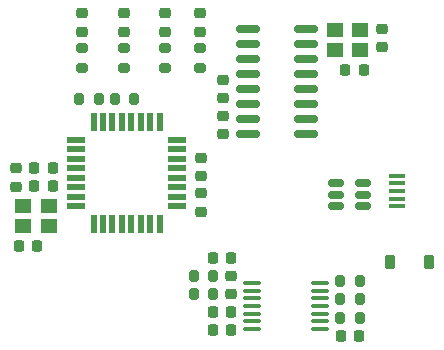
<source format=gbr>
%TF.GenerationSoftware,KiCad,Pcbnew,(7.0.0)*%
%TF.CreationDate,2024-08-27T08:05:47+05:30*%
%TF.ProjectId,Temperature Thing With Thermocouple 3V3,54656d70-6572-4617-9475-726520546869,v2.0.1*%
%TF.SameCoordinates,Original*%
%TF.FileFunction,Paste,Top*%
%TF.FilePolarity,Positive*%
%FSLAX46Y46*%
G04 Gerber Fmt 4.6, Leading zero omitted, Abs format (unit mm)*
G04 Created by KiCad (PCBNEW (7.0.0)) date 2024-08-27 08:05:47*
%MOMM*%
%LPD*%
G01*
G04 APERTURE LIST*
G04 Aperture macros list*
%AMRoundRect*
0 Rectangle with rounded corners*
0 $1 Rounding radius*
0 $2 $3 $4 $5 $6 $7 $8 $9 X,Y pos of 4 corners*
0 Add a 4 corners polygon primitive as box body*
4,1,4,$2,$3,$4,$5,$6,$7,$8,$9,$2,$3,0*
0 Add four circle primitives for the rounded corners*
1,1,$1+$1,$2,$3*
1,1,$1+$1,$4,$5*
1,1,$1+$1,$6,$7*
1,1,$1+$1,$8,$9*
0 Add four rect primitives between the rounded corners*
20,1,$1+$1,$2,$3,$4,$5,0*
20,1,$1+$1,$4,$5,$6,$7,0*
20,1,$1+$1,$6,$7,$8,$9,0*
20,1,$1+$1,$8,$9,$2,$3,0*%
G04 Aperture macros list end*
%ADD10R,1.400000X1.200000*%
%ADD11RoundRect,0.225000X-0.225000X-0.250000X0.225000X-0.250000X0.225000X0.250000X-0.225000X0.250000X0*%
%ADD12RoundRect,0.200000X-0.200000X-0.275000X0.200000X-0.275000X0.200000X0.275000X-0.200000X0.275000X0*%
%ADD13RoundRect,0.225000X-0.250000X0.225000X-0.250000X-0.225000X0.250000X-0.225000X0.250000X0.225000X0*%
%ADD14R,1.500000X0.550000*%
%ADD15R,0.550000X1.500000*%
%ADD16RoundRect,0.218750X-0.256250X0.218750X-0.256250X-0.218750X0.256250X-0.218750X0.256250X0.218750X0*%
%ADD17RoundRect,0.150000X-0.512500X-0.150000X0.512500X-0.150000X0.512500X0.150000X-0.512500X0.150000X0*%
%ADD18RoundRect,0.200000X0.200000X0.275000X-0.200000X0.275000X-0.200000X-0.275000X0.200000X-0.275000X0*%
%ADD19RoundRect,0.100000X-0.637500X-0.100000X0.637500X-0.100000X0.637500X0.100000X-0.637500X0.100000X0*%
%ADD20RoundRect,0.225000X0.225000X0.250000X-0.225000X0.250000X-0.225000X-0.250000X0.225000X-0.250000X0*%
%ADD21RoundRect,0.100000X0.600000X-0.100000X0.600000X0.100000X-0.600000X0.100000X-0.600000X-0.100000X0*%
%ADD22RoundRect,0.200000X0.275000X-0.200000X0.275000X0.200000X-0.275000X0.200000X-0.275000X-0.200000X0*%
%ADD23RoundRect,0.225000X0.250000X-0.225000X0.250000X0.225000X-0.250000X0.225000X-0.250000X-0.225000X0*%
%ADD24RoundRect,0.200000X-0.275000X0.200000X-0.275000X-0.200000X0.275000X-0.200000X0.275000X0.200000X0*%
%ADD25RoundRect,0.150000X0.825000X0.150000X-0.825000X0.150000X-0.825000X-0.150000X0.825000X-0.150000X0*%
%ADD26RoundRect,0.225000X0.225000X0.375000X-0.225000X0.375000X-0.225000X-0.375000X0.225000X-0.375000X0*%
G04 APERTURE END LIST*
D10*
%TO.C,Y2*%
X126224999Y-97274999D03*
X124024999Y-97274999D03*
X124024999Y-98974999D03*
X126224999Y-98974999D03*
%TD*%
D11*
%TO.C,C4*%
X140125000Y-106225000D03*
X141675000Y-106225000D03*
%TD*%
D12*
%TO.C,R5*%
X138500000Y-103175000D03*
X140150000Y-103175000D03*
%TD*%
D13*
%TO.C,C3*%
X141025000Y-89625000D03*
X141025000Y-91175000D03*
%TD*%
D14*
%TO.C,U5*%
X128524999Y-91674999D03*
X128524999Y-92474999D03*
X128524999Y-93274999D03*
X128524999Y-94074999D03*
X128524999Y-94874999D03*
X128524999Y-95674999D03*
X128524999Y-96474999D03*
X128524999Y-97274999D03*
D15*
X130024999Y-98774999D03*
X130824999Y-98774999D03*
X131624999Y-98774999D03*
X132424999Y-98774999D03*
X133224999Y-98774999D03*
X134024999Y-98774999D03*
X134824999Y-98774999D03*
X135624999Y-98774999D03*
D14*
X137124999Y-97274999D03*
X137124999Y-96474999D03*
X137124999Y-95674999D03*
X137124999Y-94874999D03*
X137124999Y-94074999D03*
X137124999Y-93274999D03*
X137124999Y-92474999D03*
X137124999Y-91674999D03*
D15*
X135624999Y-90174999D03*
X134824999Y-90174999D03*
X134024999Y-90174999D03*
X133224999Y-90174999D03*
X132424999Y-90174999D03*
X131624999Y-90174999D03*
X130824999Y-90174999D03*
X130024999Y-90174999D03*
%TD*%
D16*
%TO.C,D1*%
X129075000Y-80937500D03*
X129075000Y-82512500D03*
%TD*%
D17*
%TO.C,U7*%
X150562500Y-95350000D03*
X150562500Y-96300000D03*
X150562500Y-97250000D03*
X152837500Y-97250000D03*
X152837500Y-96300000D03*
X152837500Y-95350000D03*
%TD*%
D11*
%TO.C,C2*%
X150975000Y-108275000D03*
X152525000Y-108275000D03*
%TD*%
D16*
%TO.C,D4*%
X136075000Y-80937500D03*
X136075000Y-82512500D03*
%TD*%
D12*
%TO.C,R15*%
X128800000Y-88225000D03*
X130450000Y-88225000D03*
%TD*%
%TO.C,R4*%
X138525000Y-104700000D03*
X140175000Y-104700000D03*
%TD*%
D18*
%TO.C,R10*%
X152575000Y-106725000D03*
X150925000Y-106725000D03*
%TD*%
D19*
%TO.C,U2*%
X143462500Y-103775000D03*
X143462500Y-104425000D03*
X143462500Y-105075000D03*
X143462500Y-105725000D03*
X143462500Y-106375000D03*
X143462500Y-107025000D03*
X143462500Y-107675000D03*
X149187500Y-107675000D03*
X149187500Y-107025000D03*
X149187500Y-106375000D03*
X149187500Y-105725000D03*
X149187500Y-105075000D03*
X149187500Y-104425000D03*
X149187500Y-103775000D03*
%TD*%
D20*
%TO.C,C8*%
X141675000Y-101650000D03*
X140125000Y-101650000D03*
%TD*%
D18*
%TO.C,R14*%
X133450000Y-88225000D03*
X131800000Y-88225000D03*
%TD*%
D21*
%TO.C,J13*%
X155675000Y-97300000D03*
X155675000Y-96650000D03*
X155675000Y-96000000D03*
X155675000Y-95350000D03*
X155675000Y-94700000D03*
%TD*%
D20*
%TO.C,C1*%
X141675000Y-107750000D03*
X140125000Y-107750000D03*
%TD*%
D13*
%TO.C,C15*%
X123475000Y-94075000D03*
X123475000Y-95625000D03*
%TD*%
%TO.C,C13*%
X139125000Y-93200000D03*
X139125000Y-94750000D03*
%TD*%
D22*
%TO.C,R2*%
X132575000Y-85550000D03*
X132575000Y-83900000D03*
%TD*%
D23*
%TO.C,C12*%
X139125000Y-97750000D03*
X139125000Y-96200000D03*
%TD*%
D18*
%TO.C,R8*%
X152575000Y-103625000D03*
X150925000Y-103625000D03*
%TD*%
D16*
%TO.C,D3*%
X139075000Y-80932500D03*
X139075000Y-82507500D03*
%TD*%
D20*
%TO.C,C6*%
X152900000Y-85775000D03*
X151350000Y-85775000D03*
%TD*%
D11*
%TO.C,C11*%
X125000000Y-95600000D03*
X126550000Y-95600000D03*
%TD*%
D22*
%TO.C,R1*%
X129075000Y-85550000D03*
X129075000Y-83900000D03*
%TD*%
D23*
%TO.C,C5*%
X141650000Y-104725000D03*
X141650000Y-103175000D03*
%TD*%
D24*
%TO.C,R6*%
X139075000Y-83900000D03*
X139075000Y-85550000D03*
%TD*%
D11*
%TO.C,C10*%
X125000000Y-94075000D03*
X126550000Y-94075000D03*
%TD*%
D22*
%TO.C,R7*%
X136075000Y-85550000D03*
X136075000Y-83900000D03*
%TD*%
D16*
%TO.C,D2*%
X132575000Y-80937500D03*
X132575000Y-82512500D03*
%TD*%
D23*
%TO.C,C9*%
X154475000Y-83800000D03*
X154475000Y-82250000D03*
%TD*%
D13*
%TO.C,C7*%
X141025000Y-86600000D03*
X141025000Y-88150000D03*
%TD*%
D25*
%TO.C,U1*%
X148050000Y-91170000D03*
X148050000Y-89900000D03*
X148050000Y-88630000D03*
X148050000Y-87360000D03*
X148050000Y-86090000D03*
X148050000Y-84820000D03*
X148050000Y-83550000D03*
X148050000Y-82280000D03*
X143100000Y-82280000D03*
X143100000Y-83550000D03*
X143100000Y-84820000D03*
X143100000Y-86090000D03*
X143100000Y-87360000D03*
X143100000Y-88630000D03*
X143100000Y-89900000D03*
X143100000Y-91170000D03*
%TD*%
D26*
%TO.C,D5*%
X158400000Y-102000000D03*
X155100000Y-102000000D03*
%TD*%
D18*
%TO.C,R9*%
X152575000Y-105175000D03*
X150925000Y-105175000D03*
%TD*%
D20*
%TO.C,C16*%
X125275000Y-100625000D03*
X123725000Y-100625000D03*
%TD*%
D10*
%TO.C,Y1*%
X152624999Y-82374999D03*
X150424999Y-82374999D03*
X150424999Y-84074999D03*
X152624999Y-84074999D03*
%TD*%
M02*

</source>
